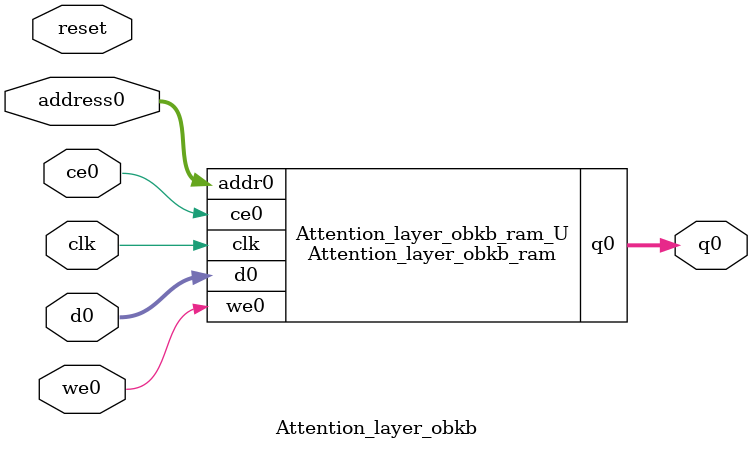
<source format=v>
`timescale 1 ns / 1 ps
module Attention_layer_obkb_ram (addr0, ce0, d0, we0, q0,  clk);

parameter DWIDTH = 24;
parameter AWIDTH = 8;
parameter MEM_SIZE = 144;

input[AWIDTH-1:0] addr0;
input ce0;
input[DWIDTH-1:0] d0;
input we0;
output reg[DWIDTH-1:0] q0;
input clk;

(* ram_style = "block" *)reg [DWIDTH-1:0] ram[0:MEM_SIZE-1];




always @(posedge clk)  
begin 
    if (ce0) begin
        if (we0) 
            ram[addr0] <= d0; 
        q0 <= ram[addr0];
    end
end


endmodule

`timescale 1 ns / 1 ps
module Attention_layer_obkb(
    reset,
    clk,
    address0,
    ce0,
    we0,
    d0,
    q0);

parameter DataWidth = 32'd24;
parameter AddressRange = 32'd144;
parameter AddressWidth = 32'd8;
input reset;
input clk;
input[AddressWidth - 1:0] address0;
input ce0;
input we0;
input[DataWidth - 1:0] d0;
output[DataWidth - 1:0] q0;



Attention_layer_obkb_ram Attention_layer_obkb_ram_U(
    .clk( clk ),
    .addr0( address0 ),
    .ce0( ce0 ),
    .we0( we0 ),
    .d0( d0 ),
    .q0( q0 ));

endmodule


</source>
